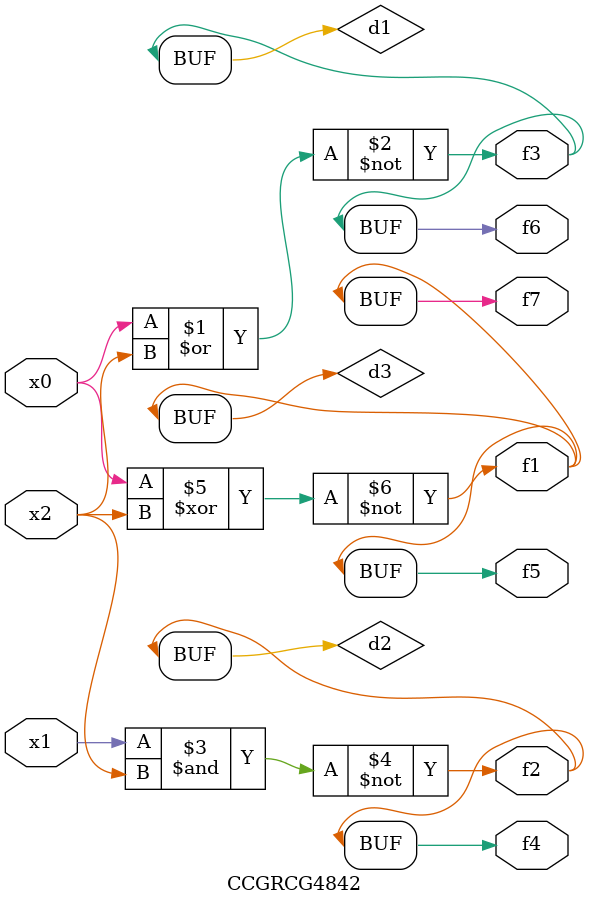
<source format=v>
module CCGRCG4842(
	input x0, x1, x2,
	output f1, f2, f3, f4, f5, f6, f7
);

	wire d1, d2, d3;

	nor (d1, x0, x2);
	nand (d2, x1, x2);
	xnor (d3, x0, x2);
	assign f1 = d3;
	assign f2 = d2;
	assign f3 = d1;
	assign f4 = d2;
	assign f5 = d3;
	assign f6 = d1;
	assign f7 = d3;
endmodule

</source>
